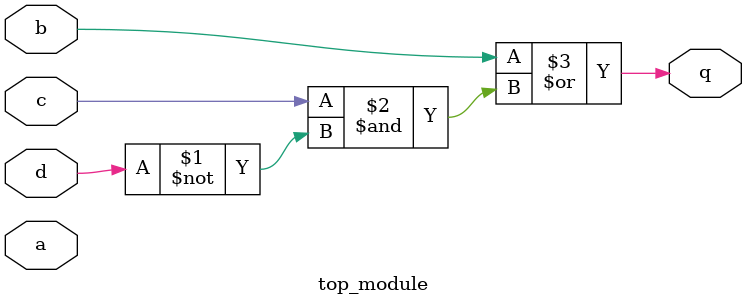
<source format=sv>
module top_module (
    input a, 
    input b, 
    input c, 
    input d,
    output q
);

    assign q = (b) | (c & ~d);

endmodule

</source>
